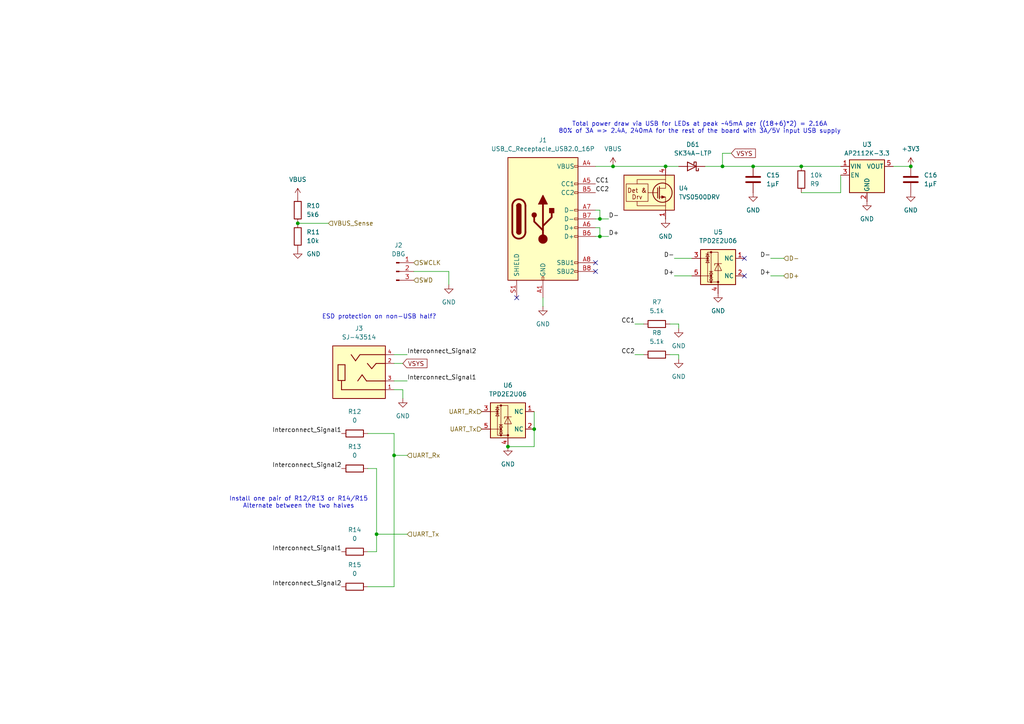
<source format=kicad_sch>
(kicad_sch (version 20231120) (generator "eeschema") (generator_version "8.0")
  (paper "A4")
  (lib_symbols
    (symbol "Connector:Conn_01x03_Pin" (pin_names (offset 1.016) hide)
      (property "Reference" "J" (at 0 5.08 0))
      (property "Value" "Conn_01x03_Pin" (at 0 -5.08 0))
      (symbol "Conn_01x03_Pin_1_1"
        (polyline (pts (xy 1.27 -2.54) (xy 0.8636 -2.54)) (stroke (width 0.1524)))
        (polyline (pts (xy 1.27 0) (xy 0.8636 0)) (stroke (width 0.1524)))
        (polyline (pts (xy 1.27 2.54) (xy 0.8636 2.54)) (stroke (width 0.1524)))
        (rectangle (start 0.8636 -2.413) (end 0 -2.667) (stroke (width 0.1524)) (fill (type outline)))
        (rectangle (start 0.8636 0.127) (end 0 -0.127) (stroke (width 0.1524)) (fill (type outline)))
        (rectangle (start 0.8636 2.667) (end 0 2.413) (stroke (width 0.1524)) (fill (type outline)))
        (pin passive line (at 5.08 2.54 180) (length 3.81) (name "Pin_1") (number "1"))
        (pin passive line (at 5.08 0 180) (length 3.81) (name "Pin_2") (number "2"))
        (pin passive line (at 5.08 -2.54 180) (length 3.81) (name "Pin_3") (number "3"))
      )
    )
    (symbol "Connector:USB_C_Receptacle_USB2.0_16P" (pin_names (offset 1.016))
      (property "Reference" "J" (at 0 22.225 0))
      (property "Value" "USB_C_Receptacle_USB2.0_16P" (at 0 19.685 0))
      (symbol "USB_C_Receptacle_USB2.0_16P_0_0"
        (rectangle (start -0.254 -17.78) (end 0.254 -16.764))
        (rectangle (start 10.16 -14.986) (end 9.144 -15.494))
        (rectangle (start 10.16 -12.446) (end 9.144 -12.954))
        (rectangle (start 10.16 -4.826) (end 9.144 -5.334))
        (rectangle (start 10.16 -2.286) (end 9.144 -2.794))
        (rectangle (start 10.16 0.254) (end 9.144 -0.254))
        (rectangle (start 10.16 2.794) (end 9.144 2.286))
        (rectangle (start 10.16 7.874) (end 9.144 7.366))
        (rectangle (start 10.16 10.414) (end 9.144 9.906))
        (rectangle (start 10.16 15.494) (end 9.144 14.986))
      )
      (symbol "USB_C_Receptacle_USB2.0_16P_0_1"
        (rectangle (start -10.16 17.78) (end 10.16 -17.78) (stroke (width 0.254)) (fill (type background)))
        (arc (start -8.89 -3.81) (mid -6.985 -5.7067) (end -5.08 -3.81) (stroke (width 0.508)))
        (arc (start -7.62 -3.81) (mid -6.985 -4.4423) (end -6.35 -3.81) (stroke (width 0.254)))
        (arc (start -7.62 -3.81) (mid -6.985 -4.4423) (end -6.35 -3.81) (stroke (width 0.254)) (fill (type outline)))
        (rectangle (start -7.62 -3.81) (end -6.35 3.81) (stroke (width 0.254)) (fill (type outline)))
        (arc (start -6.35 3.81) (mid -6.985 4.4423) (end -7.62 3.81) (stroke (width 0.254)))
        (arc (start -6.35 3.81) (mid -6.985 4.4423) (end -7.62 3.81) (stroke (width 0.254)) (fill (type outline)))
        (arc (start -5.08 3.81) (mid -6.985 5.7067) (end -8.89 3.81) (stroke (width 0.508)))
        (circle (center -2.54 1.143) (radius 0.635) (stroke (width 0.254)) (fill (type outline)))
        (circle (center 0 -5.842) (radius 1.27) (fill (type outline)))
        (polyline (pts (xy -8.89 -3.81) (xy -8.89 3.81)) (stroke (width 0.508)))
        (polyline (pts (xy -5.08 3.81) (xy -5.08 -3.81)) (stroke (width 0.508)))
        (polyline (pts (xy 0 -5.842) (xy 0 4.318)) (stroke (width 0.508)))
        (polyline (pts (xy 0 -3.302) (xy -2.54 -0.762) (xy -2.54 0.508)) (stroke (width 0.508)))
        (polyline (pts (xy 0 -2.032) (xy 2.54 0.508) (xy 2.54 1.778)) (stroke (width 0.508)))
        (polyline (pts (xy -1.27 4.318) (xy 0 6.858) (xy 1.27 4.318) (xy -1.27 4.318)) (stroke (width 0.254)) (fill (type outline)))
        (rectangle (start 1.905 1.778) (end 3.175 3.048) (stroke (width 0.254)) (fill (type outline)))
      )
      (symbol "USB_C_Receptacle_USB2.0_16P_1_1"
        (pin passive line (at 0 -22.86 90) (length 5.08) (name "GND") (number "A1"))
        (pin passive line (at 0 -22.86 90) (length 5.08) hide (name "GND") (number "A12"))
        (pin passive line (at 15.24 15.24 180) (length 5.08) (name "VBUS") (number "A4"))
        (pin bidirectional line (at 15.24 10.16 180) (length 5.08) (name "CC1") (number "A5"))
        (pin bidirectional line (at 15.24 -2.54 180) (length 5.08) (name "D+") (number "A6"))
        (pin bidirectional line (at 15.24 2.54 180) (length 5.08) (name "D-") (number "A7"))
        (pin bidirectional line (at 15.24 -12.7 180) (length 5.08) (name "SBU1") (number "A8"))
        (pin passive line (at 15.24 15.24 180) (length 5.08) hide (name "VBUS") (number "A9"))
        (pin passive line (at 0 -22.86 90) (length 5.08) hide (name "GND") (number "B1"))
        (pin passive line (at 0 -22.86 90) (length 5.08) hide (name "GND") (number "B12"))
        (pin passive line (at 15.24 15.24 180) (length 5.08) hide (name "VBUS") (number "B4"))
        (pin bidirectional line (at 15.24 7.62 180) (length 5.08) (name "CC2") (number "B5"))
        (pin bidirectional line (at 15.24 -5.08 180) (length 5.08) (name "D+") (number "B6"))
        (pin bidirectional line (at 15.24 0 180) (length 5.08) (name "D-") (number "B7"))
        (pin bidirectional line (at 15.24 -15.24 180) (length 5.08) (name "SBU2") (number "B8"))
        (pin passive line (at 15.24 15.24 180) (length 5.08) hide (name "VBUS") (number "B9"))
        (pin passive line (at -7.62 -22.86 90) (length 5.08) (name "SHIELD") (number "S1"))
      )
    )
    (symbol "Device:C" (pin_numbers hide) (pin_names (offset 0.254))
      (property "Reference" "C" (at 0.635 2.54 0))
      (property "Value" "C" (at 0.635 -2.54 0))
      (symbol "C_0_1"
        (polyline (pts (xy -2.032 -0.762) (xy 2.032 -0.762)) (stroke (width 0.508)))
        (polyline (pts (xy -2.032 0.762) (xy 2.032 0.762)) (stroke (width 0.508)))
      )
      (symbol "C_1_1"
        (pin passive line (at 0 3.81 270) (length 2.794) (name "~") (number "1"))
        (pin passive line (at 0 -3.81 90) (length 2.794) (name "~") (number "2"))
      )
    )
    (symbol "Device:D_Schottky" (pin_numbers hide) (pin_names (offset 1.016) hide)
      (property "Reference" "D" (at 0 2.54 0))
      (property "Value" "D_Schottky" (at 0 -2.54 0))
      (symbol "D_Schottky_0_1"
        (polyline (pts (xy 1.27 0) (xy -1.27 0)))
        (polyline (pts (xy 1.27 1.27) (xy 1.27 -1.27) (xy -1.27 0) (xy 1.27 1.27)) (stroke (width 0.254)))
        (polyline (pts (xy -1.905 0.635) (xy -1.905 1.27) (xy -1.27 1.27) (xy -1.27 -1.27) (xy -0.635 -1.27) (xy -0.635 -0.635)) (stroke (width 0.254)))
      )
      (symbol "D_Schottky_1_1"
        (pin passive line (at -3.81 0 0) (length 2.54) (name "K") (number "1"))
        (pin passive line (at 3.81 0 180) (length 2.54) (name "A") (number "2"))
      )
    )
    (symbol "Device:R" (pin_numbers hide) (pin_names (offset 0))
      (property "Reference" "R" (at 2.032 0 90))
      (property "Value" "R" (at 0 0 90))
      (symbol "R_0_1"
        (rectangle (start -1.016 -2.54) (end 1.016 2.54) (stroke (width 0.254)))
      )
      (symbol "R_1_1"
        (pin passive line (at 0 3.81 270) (length 1.27) (name "~") (number "1"))
        (pin passive line (at 0 -3.81 90) (length 1.27) (name "~") (number "2"))
      )
    )
    (symbol "Extra:SJ-43514" (pin_names (offset 1.016))
      (property "Reference" "J" (at -7.6219 8.3841 0))
      (property "Value" "SJ-43514" (at -7.6261 -10.1682 0))
      (symbol "SJ-43514_0_0"
        (rectangle (start -7.62 -7.62) (end 7.62 7.62) (stroke (width 0.254)) (fill (type background)))
        (polyline (pts (xy -6.096 -2.413) (xy -4.064 -2.413)) (stroke (width 0.254)))
        (polyline (pts (xy -6.096 2.159) (xy -6.096 -2.413)) (stroke (width 0.254)))
        (polyline (pts (xy -5.08 -5.08) (xy 7.62 -5.08)) (stroke (width 0.254)))
        (polyline (pts (xy -5.08 -2.54) (xy -5.08 -5.08)) (stroke (width 0.254)))
        (polyline (pts (xy -4.064 -2.413) (xy -4.064 2.159)) (stroke (width 0.254)))
        (polyline (pts (xy -4.064 2.159) (xy -6.096 2.159)) (stroke (width 0.254)))
        (polyline (pts (xy -2.286 5.08) (xy -1.016 3.302)) (stroke (width 0.254)))
        (polyline (pts (xy -1.016 3.302) (xy 0.254 5.08)) (stroke (width 0.254)))
        (polyline (pts (xy -0.381 -2.54) (xy 0.889 -0.762)) (stroke (width 0.254)))
        (polyline (pts (xy 0.381 5.08) (xy 7.62 5.08)) (stroke (width 0.254)))
        (polyline (pts (xy 0.889 -0.762) (xy 2.159 -2.54)) (stroke (width 0.254)))
        (polyline (pts (xy 2.159 -2.54) (xy 7.62 -2.54)) (stroke (width 0.254)))
        (polyline (pts (xy 2.413 2.54) (xy 3.683 1.016)) (stroke (width 0.254)))
        (polyline (pts (xy 3.683 1.016) (xy 4.953 2.54)) (stroke (width 0.254)))
        (polyline (pts (xy 4.953 2.54) (xy 7.62 2.54)) (stroke (width 0.254)))
        (pin passive line (at 10.16 -5.08 180) (length 2.54) (name "~") (number "1"))
        (pin passive line (at 10.16 2.54 180) (length 2.54) (name "~") (number "2"))
        (pin passive line (at 10.16 -2.54 180) (length 2.54) (name "~") (number "3"))
        (pin passive line (at 10.16 5.08 180) (length 2.54) (name "~") (number "4"))
      )
    )
    (symbol "Power_Protection:TPD2E2U06"
      (property "Reference" "U" (at -3.81 6.35 0))
      (property "Value" "TPD2E2U06" (at 6.35 -6.35 0))
      (symbol "TPD2E2U06_0_1"
        (rectangle (start -5.08 5.08) (end 5.08 -5.08) (stroke (width 0.254)) (fill (type background)))
        (circle (center -3.048 2.54) (radius 0.254) (fill (type outline)))
        (rectangle (start -3.048 4.318) (end 0 -4.318))
        (circle (center -2.032 -4.318) (radius 0.254) (fill (type outline)))
        (circle (center -2.032 -2.54) (radius 0.254) (fill (type outline)))
        (circle (center -2.032 4.318) (radius 0.254) (fill (type outline)))
        (circle (center 0 -4.318) (radius 0.254) (fill (type outline)))
        (polyline (pts (xy -3.048 2.54) (xy -5.08 2.54)))
        (polyline (pts (xy -2.54 2.032) (xy -3.556 2.032)))
        (polyline (pts (xy -2.54 3.81) (xy -3.556 3.81)))
        (polyline (pts (xy -2.032 -4.318) (xy -2.032 4.318)))
        (polyline (pts (xy -2.032 -2.54) (xy -5.08 -2.54)))
        (polyline (pts (xy -1.524 -3.048) (xy -2.54 -3.048)))
        (polyline (pts (xy -1.524 -1.27) (xy -2.54 -1.27)))
        (polyline (pts (xy 0 -4.318) (xy 0 -5.08)))
        (polyline (pts (xy 1.016 1.016) (xy -1.016 1.016) (xy -1.016 0.508)))
        (polyline (pts (xy -3.048 2.032) (xy -3.556 1.27) (xy -2.54 1.27) (xy -3.048 2.032)))
        (polyline (pts (xy -3.048 3.81) (xy -3.556 3.048) (xy -2.54 3.048) (xy -3.048 3.81)))
        (polyline (pts (xy -2.032 -3.048) (xy -2.54 -3.81) (xy -1.524 -3.81) (xy -2.032 -3.048)))
        (polyline (pts (xy -2.032 -1.27) (xy -2.54 -2.032) (xy -1.524 -2.032) (xy -2.032 -1.27)))
        (polyline (pts (xy 0 1.016) (xy 1.016 -1.016) (xy -1.016 -1.016) (xy 0 1.016)))
      )
      (symbol "TPD2E2U06_1_1"
        (pin passive line (at 7.62 2.54 180) (length 2.54) (name "NC") (number "1"))
        (pin passive line (at 7.62 -2.54 180) (length 2.54) (name "NC") (number "2"))
        (pin passive line (at -7.62 2.54 0) (length 2.54) (name "~") (number "3"))
        (pin passive line (at 0 -7.62 90) (length 2.54) (name "~") (number "4"))
        (pin passive line (at -7.62 -2.54 0) (length 2.54) (name "~") (number "5"))
      )
    )
    (symbol "Power_Protection:TVS0500DRV" (pin_names (offset 0) hide)
      (property "Reference" "U" (at 2.54 1.27 0))
      (property "Value" "TVS0500DRV" (at 2.54 -1.27 0))
      (symbol "TVS0500DRV_0_0"
        (rectangle (start -11.43 2.54) (end -5.08 -2.54))
        (polyline (pts (xy 0 1.27) (xy -1.778 1.27)))
        (polyline (pts (xy -8.255 -2.54) (xy -8.255 -3.81) (xy 0 -3.81)))
        (polyline (pts (xy -8.255 2.54) (xy -8.255 3.81) (xy 0 3.81)))
        (text "Det &" (at -8.255 0.635 0) (effects (font (size 1.27 1.27))))
        (text "Drv" (at -8.255 -1.27 0) (effects (font (size 1.27 1.27))))
      )
      (symbol "TVS0500DRV_0_1"
        (rectangle (start -12.065 5.08) (end 2.54 -5.08) (stroke (width 0.254)) (fill (type background)))
        (circle (center -0.889 0) (radius 2.794) (stroke (width 0.254)))
        (polyline (pts (xy -2.286 0) (xy -5.08 0)))
        (polyline (pts (xy -2.286 1.397) (xy -2.286 -1.524)) (stroke (width 0.254)))
        (polyline (pts (xy -1.778 1.778) (xy -1.778 -1.778)) (stroke (width 0.254)))
        (polyline (pts (xy 0 -2.54) (xy 0 -5.08)))
        (polyline (pts (xy 0 2.54) (xy 0 1.27)))
        (polyline (pts (xy 0 5.08) (xy 0 2.54)))
        (polyline (pts (xy 0 -2.54) (xy 0 -1.27) (xy -1.778 -1.27)))
        (polyline (pts (xy -0.127 -1.27) (xy -1.143 -1.651) (xy -1.143 -0.889) (xy -0.127 -1.27)) (fill (type outline)))
      )
      (symbol "TVS0500DRV_1_1"
        (pin power_in line (at 0 -7.62 90) (length 2.54) (name "GND") (number "1"))
        (pin passive line (at 0 -7.62 90) (length 2.54) hide (name "GND") (number "2"))
        (pin passive line (at 0 -7.62 90) (length 2.54) hide (name "GND") (number "3"))
        (pin passive line (at 0 7.62 270) (length 2.54) (name "IN") (number "4"))
        (pin passive line (at 0 7.62 270) (length 2.54) hide (name "IN") (number "5"))
        (pin passive line (at 0 7.62 270) (length 2.54) hide (name "IN") (number "6"))
        (pin passive line (at 0 -7.62 90) (length 2.54) hide (name "GND") (number "7"))
      )
    )
    (symbol "Regulator_Linear:AP2112K-3.3" (pin_names (offset 0.254))
      (property "Reference" "U" (at -5.08 5.715 0))
      (property "Value" "AP2112K-3.3" (at 0 5.715 0))
      (symbol "AP2112K-3.3_0_1"
        (rectangle (start -5.08 4.445) (end 5.08 -5.08) (stroke (width 0.254)) (fill (type background)))
      )
      (symbol "AP2112K-3.3_1_1"
        (pin power_in line (at -7.62 2.54 0) (length 2.54) (name "VIN") (number "1"))
        (pin power_in line (at 0 -7.62 90) (length 2.54) (name "GND") (number "2"))
        (pin input line (at -7.62 0 0) (length 2.54) (name "EN") (number "3"))
        (pin no_connect line (at 5.08 0 180) (length 2.54) hide (name "NC") (number "4"))
        (pin power_out line (at 7.62 2.54 180) (length 2.54) (name "VOUT") (number "5"))
      )
    )
    (symbol "power:+3V3" (power) (pin_numbers hide) (pin_names (offset 0) hide)
      (property "Value" "+3V3" (at 0 3.556 0))
      (symbol "+3V3_0_1"
        (polyline (pts (xy -0.762 1.27) (xy 0 2.54)))
        (polyline (pts (xy 0 0) (xy 0 2.54)))
        (polyline (pts (xy 0 2.54) (xy 0.762 1.27)))
      )
      (symbol "+3V3_1_1"
        (pin power_in line (at 0 0 90) (length 0) (name "~") (number "1"))
      )
    )
    (symbol "power:GND" (power) (pin_numbers hide) (pin_names (offset 0) hide)
      (property "Value" "GND" (at 0 -3.81 0))
      (symbol "GND_0_1"
        (polyline (pts (xy 0 0) (xy 0 -1.27) (xy 1.27 -1.27) (xy 0 -2.54) (xy -1.27 -1.27) (xy 0 -1.27)))
      )
      (symbol "GND_1_1"
        (pin power_in line (at 0 0 270) (length 0) (name "~") (number "1"))
      )
    )
    (symbol "power:VBUS" (power) (pin_numbers hide) (pin_names (offset 0) hide)
      (property "Value" "VBUS" (at 0 3.556 0))
      (symbol "VBUS_0_1"
        (polyline (pts (xy -0.762 1.27) (xy 0 2.54)))
        (polyline (pts (xy 0 0) (xy 0 2.54)))
        (polyline (pts (xy 0 2.54) (xy 0.762 1.27)))
      )
      (symbol "VBUS_1_1"
        (pin power_in line (at 0 0 90) (length 0) (name "~") (number "1"))
      )
    )
  )
  (junction (at 209.55 48.26))
  (junction (at 193.04 48.26))
  (junction (at 109.22 154.94))
  (junction (at 114.3 132.08))
  (junction (at 147.32 129.54))
  (junction (at 232.41 48.26))
  (junction (at 264.16 48.26))
  (junction (at 173.99 63.5))
  (junction (at 154.94 124.46))
  (junction (at 218.44 48.26))
  (junction (at 173.99 68.58))
  (junction (at 86.36 64.77))
  (junction (at 177.8 48.26))
  (no_connect (at 215.9 80.01))
  (no_connect (at 215.9 74.93))
  (no_connect (at 172.72 76.2))
  (no_connect (at 172.72 78.74))
  (no_connect (at 149.86 86.36))
  (wire (pts (xy 209.55 44.45) (xy 209.55 48.26)))
  (wire (pts (xy 173.99 66.04) (xy 173.99 68.58)))
  (wire (pts (xy 184.15 102.87) (xy 186.69 102.87)))
  (wire (pts (xy 114.3 125.73) (xy 106.68 125.73)))
  (wire (pts (xy 114.3 105.41) (xy 116.84 105.41)))
  (wire (pts (xy 243.84 55.88) (xy 243.84 50.8)))
  (wire (pts (xy 212.09 44.45) (xy 209.55 44.45)))
  (wire (pts (xy 184.15 93.98) (xy 186.69 93.98)))
  (wire (pts (xy 177.8 48.26) (xy 172.72 48.26)))
  (wire (pts (xy 173.99 60.96) (xy 173.99 63.5)))
  (wire (pts (xy 154.94 129.54) (xy 147.32 129.54)))
  (wire (pts (xy 176.53 63.5) (xy 173.99 63.5)))
  (wire (pts (xy 232.41 55.88) (xy 243.84 55.88)))
  (wire (pts (xy 114.3 113.03) (xy 116.84 113.03)))
  (wire (pts (xy 173.99 66.04) (xy 172.72 66.04)))
  (wire (pts (xy 223.52 74.93) (xy 227.33 74.93)))
  (wire (pts (xy 157.48 88.9) (xy 157.48 86.36)))
  (wire (pts (xy 223.52 80.01) (xy 227.33 80.01)))
  (wire (pts (xy 118.11 102.87) (xy 114.3 102.87)))
  (wire (pts (xy 116.84 113.03) (xy 116.84 115.57)))
  (wire (pts (xy 114.3 132.08) (xy 114.3 170.18)))
  (wire (pts (xy 106.68 170.18) (xy 114.3 170.18)))
  (wire (pts (xy 259.08 48.26) (xy 264.16 48.26)))
  (wire (pts (xy 154.94 119.38) (xy 154.94 124.46)))
  (wire (pts (xy 154.94 124.46) (xy 154.94 129.54)))
  (wire (pts (xy 86.36 64.77) (xy 95.25 64.77)))
  (wire (pts (xy 209.55 48.26) (xy 218.44 48.26)))
  (wire (pts (xy 173.99 68.58) (xy 172.72 68.58)))
  (wire (pts (xy 218.44 48.26) (xy 232.41 48.26)))
  (wire (pts (xy 195.58 74.93) (xy 200.66 74.93)))
  (wire (pts (xy 114.3 125.73) (xy 114.3 132.08)))
  (wire (pts (xy 195.58 80.01) (xy 200.66 80.01)))
  (wire (pts (xy 130.175 78.74) (xy 130.175 82.55)))
  (wire (pts (xy 109.22 135.89) (xy 109.22 154.94)))
  (wire (pts (xy 204.47 48.26) (xy 209.55 48.26)))
  (wire (pts (xy 173.99 60.96) (xy 172.72 60.96)))
  (wire (pts (xy 193.04 48.26) (xy 196.85 48.26)))
  (wire (pts (xy 177.8 48.26) (xy 193.04 48.26)))
  (wire (pts (xy 109.22 135.89) (xy 106.68 135.89)))
  (wire (pts (xy 194.31 102.87) (xy 196.85 102.87)))
  (wire (pts (xy 118.11 154.94) (xy 109.22 154.94)))
  (wire (pts (xy 120.015 78.74) (xy 130.175 78.74)))
  (wire (pts (xy 173.99 63.5) (xy 172.72 63.5)))
  (wire (pts (xy 196.85 102.87) (xy 196.85 104.14)))
  (wire (pts (xy 109.22 154.94) (xy 109.22 160.02)))
  (wire (pts (xy 196.85 95.25) (xy 196.85 93.98)))
  (wire (pts (xy 176.53 68.58) (xy 173.99 68.58)))
  (wire (pts (xy 232.41 48.26) (xy 243.84 48.26)))
  (wire (pts (xy 118.11 132.08) (xy 114.3 132.08)))
  (wire (pts (xy 106.68 160.02) (xy 109.22 160.02)))
  (wire (pts (xy 118.11 110.49) (xy 114.3 110.49)))
  (wire (pts (xy 196.85 93.98) (xy 194.31 93.98)))
  (text "ESD protection on non-USB half?\n" (at 109.982 91.948 0) (effects (font (size 1.27 1.27))))
  (text "Total power draw via USB for LEDs at peak ~45mA per ((18+6)*2) = 2.16A\n80% of 3A => 2.4A, 240mA for the rest of the board with 3A/5V input USB supply" (at 202.946 37.084 0) (effects (font (size 1.27 1.27))))
  (text "Install one pair of R12/R13 or R14/R15\nAlternate between the two halves" (at 86.614 145.796 0) (effects (font (size 1.27 1.27))))
  (label "D+" (at 223.52 80.01 180))
  (label "Interconnect_Signal1" (at 99.06 125.73 180))
  (label "Interconnect_Signal2" (at 99.06 170.18 180))
  (label "CC1" (at 172.72 53.34 0))
  (label "CC2" (at 172.72 55.88 0))
  (label "Interconnect_Signal2" (at 118.11 102.87 0))
  (label "CC2" (at 184.15 102.87 180))
  (label "D-" (at 176.53 63.5 0))
  (label "D+" (at 176.53 68.58 0))
  (label "D-" (at 195.58 74.93 180))
  (label "D-" (at 223.52 74.93 180))
  (label "CC1" (at 184.15 93.98 180))
  (label "D+" (at 195.58 80.01 180))
  (label "Interconnect_Signal1" (at 99.06 160.02 180))
  (label "Interconnect_Signal2" (at 99.06 135.89 180))
  (label "Interconnect_Signal1" (at 118.11 110.49 0))
  (global_label "VSYS" (shape input) (at 116.84 105.41 0) (property "Intersheetrefs" "${INTERSHEET_REFS}" (effects (hide yes))))
  (global_label "VSYS" (shape input) (at 212.09 44.45 0) (property "Intersheetrefs" "${INTERSHEET_REFS}" (effects (hide yes))))
  (hierarchical_label "UART_Tx" (shape input) (at 139.7 124.46 180))
  (hierarchical_label "D+" (shape input) (at 227.33 80.01 0))
  (hierarchical_label "SWD" (shape input) (at 120.015 81.28 0))
  (hierarchical_label "UART_Tx" (shape input) (at 118.11 154.94 0))
  (hierarchical_label "VBUS_Sense" (shape input) (at 95.25 64.77 0))
  (hierarchical_label "UART_Rx" (shape input) (at 139.7 119.38 180))
  (hierarchical_label "D-" (shape input) (at 227.33 74.93 0))
  (hierarchical_label "UART_Rx" (shape input) (at 118.11 132.08 0))
  (hierarchical_label "SWCLK" (shape input) (at 120.015 76.2 0))
  (symbol (lib_id "power:GND") (at 157.48 88.9 0) (unit 1)
    (property "Reference" "#PWR02" (effects (hide yes)))
    (property "Value" "GND" (at 157.48 93.98 0))
    (property "Description" "Power symbol creates a global label with name \"GND\" , ground" (effects (hide yes)))
  )
  (symbol (lib_id "Device:R") (at 102.87 160.02 90) (unit 1)
    (property "Reference" "R14" (at 102.87 153.67 90))
    (property "Value" "0" (at 102.87 156.21 90))
    (property "Footprint" "Resistor_SMD:R_0805_2012Metric_Pad1.20x1.40mm_HandSolder" (effects (hide yes)))
    (property "Description" "Resistor" (effects (hide yes)))
  )
  (symbol (lib_id "Connector:USB_C_Receptacle_USB2.0_16P") (at 157.48 63.5 0) (unit 1)
    (property "Reference" "J1" (at 157.48 40.64 0))
    (property "Value" "USB_C_Receptacle_USB2.0_16P" (at 157.48 43.18 0))
    (property "Footprint" "Connector_USB:USB_C_Receptacle_GCT_USB4105-xx-A_16P_TopMnt_Horizontal" (effects (hide yes)))
    (property "Datasheet" "https://www.usb.org/sites/default/files/documents/usb_type-c.zip" (effects (hide yes)))
    (property "Description" "USB 2.0-only 16P Type-C Receptacle connector" (effects (hide yes)))
  )
  (symbol (lib_id "Device:R") (at 86.36 60.96 0) (unit 1)
    (property "Reference" "R10" (at 88.9 59.6899 0) (effects (justify left)))
    (property "Value" "5k6" (at 88.9 62.2299 0) (effects (justify left)))
    (property "Footprint" "Resistor_SMD:R_0805_2012Metric_Pad1.20x1.40mm_HandSolder" (effects (hide yes)))
  )
  (symbol (lib_id "Device:R") (at 190.5 93.98 90) (unit 1)
    (property "Reference" "R7" (at 190.5 87.63 90))
    (property "Value" "5.1k" (at 190.5 90.17 90))
    (property "Footprint" "Resistor_SMD:R_0603_1608Metric_Pad0.98x0.95mm_HandSolder" (effects (hide yes)))
    (property "Description" "Resistor" (effects (hide yes)))
  )
  (symbol (lib_id "Device:R") (at 190.5 102.87 270) (mirror x) (unit 1)
    (property "Reference" "R8" (at 190.5 96.52 90))
    (property "Value" "5.1k" (at 190.5 99.06 90))
    (property "Footprint" "Resistor_SMD:R_0603_1608Metric_Pad0.98x0.95mm_HandSolder" (effects (hide yes)))
    (property "Description" "Resistor" (effects (hide yes)))
  )
  (symbol (lib_id "Power_Protection:TVS0500DRV") (at 193.04 55.88 0) (unit 1)
    (property "Reference" "U4" (at 196.85 54.6099 0) (effects (justify left)))
    (property "Value" "TVS0500DRV" (at 196.85 57.1499 0) (effects (justify left)))
    (property "Footprint" "Package_SON:WSON-6-1EP_2x2mm_P0.65mm_EP1x1.6mm" (effects (hide yes)))
    (property "Datasheet" "http://www.ti.com/lit/ds/symlink/tvs0500.pdf" (effects (hide yes)))
    (property "Description" "Flat-Clamp Surge Protection Device. 5Vrwm, WSON-6" (effects (hide yes)))
  )
  (symbol (lib_id "Device:R") (at 102.87 125.73 90) (unit 1)
    (property "Reference" "R12" (at 102.87 119.38 90))
    (property "Value" "0" (at 102.87 121.92 90))
    (property "Footprint" "Resistor_SMD:R_0805_2012Metric_Pad1.20x1.40mm_HandSolder" (effects (hide yes)))
    (property "Description" "Resistor" (effects (hide yes)))
  )
  (symbol (lib_id "power:GND") (at 208.28 85.09 0) (mirror y) (unit 1)
    (property "Reference" "#PWR07" (effects (hide yes)))
    (property "Value" "GND" (at 208.28 90.17 0))
    (property "Description" "Power symbol creates a global label with name \"GND\" , ground" (effects (hide yes)))
  )
  (symbol (lib_id "Extra:SJ-43514") (at 104.14 107.95 0) (unit 1)
    (property "Reference" "J3" (at 104.14 95.25 0))
    (property "Value" "SJ-43514" (at 104.14 97.79 0))
    (property "Footprint" "Extra:CUI_SJ-43514" (effects (hide yes)))
    (property "DigiKey_Part_Number" "CP-43514-ND" (effects (hide yes)))
    (property "SnapEDA_Link" "https://www.snapeda.com/parts/SJ-43514/Same+Sky/view-part/?ref=snap" (effects (hide yes)))
    (property "Description_1" "\n                        \n                            3.5 mm, Stereo, Right Angle, Through Hole, 4 Conductors, 0 Internal Switches, Audio Jack Connector\n                        \n" (effects (hide yes)))
    (property "Package" "None" (effects (hide yes)))
    (property "Check_prices" "https://www.snapeda.com/parts/SJ-43514/Same+Sky/view-part/?ref=eda" (effects (hide yes)))
    (property "PART_REV" "1.04" (effects (hide yes)))
    (property "STANDARD" "MANUFACTURER RECOMMENDATIONS" (effects (hide yes)))
    (property "MF" "Same Sky" (effects (hide yes)))
    (property "MP" "SJ-43514" (effects (hide yes)))
    (property "MANUFACTURER" "CUI INC" (effects (hide yes)))
  )
  (symbol (lib_id "Regulator_Linear:AP2112K-3.3") (at 251.46 50.8 0) (unit 1)
    (property "Reference" "U3" (at 251.46 41.91 0))
    (property "Value" "AP2112K-3.3" (at 251.46 44.45 0))
    (property "Footprint" "Package_TO_SOT_SMD:SOT-23-5" (effects (hide yes)))
    (property "Datasheet" "https://www.diodes.com/assets/Datasheets/AP2112.pdf" (effects (hide yes)))
    (property "Description" "600mA low dropout linear regulator, with enable pin, 3.8V-6V input voltage range, 3.3V fixed positive output, SOT-23-5" (effects (hide yes)))
  )
  (symbol (lib_id "Device:R") (at 86.36 68.58 0) (unit 1)
    (property "Reference" "R11" (at 88.9 67.3099 0) (effects (justify left)))
    (property "Value" "10k" (at 88.9 69.8499 0) (effects (justify left)))
    (property "Footprint" "Resistor_SMD:R_0805_2012Metric_Pad1.20x1.40mm_HandSolder" (effects (hide yes)))
  )
  (symbol (lib_id "power:+3V3") (at 264.16 48.26 0) (unit 1)
    (property "Reference" "#PWR016" (effects (hide yes)))
    (property "Value" "+3V3" (at 264.16 43.18 0))
    (property "Description" "Power symbol creates a global label with name \"+3V3\"" (effects (hide yes)))
  )
  (symbol (lib_id "Power_Protection:TPD2E2U06") (at 147.32 121.92 0) (unit 1)
    (property "Reference" "U6" (at 147.32 111.76 0))
    (property "Value" "TPD2E2U06" (at 147.32 114.3 0))
    (property "Footprint" "Package_TO_SOT_SMD:SOT-553" (effects (hide yes)))
    (property "Datasheet" "http://www.ti.com/lit/ds/symlink/tpd2e2u06.pdf" (effects (hide yes)))
    (property "Description" "Dual-Channel High-Speed ESD Protection" (effects (hide yes)))
  )
  (symbol (lib_id "power:VBUS") (at 177.8 48.26 0) (unit 1)
    (property "Reference" "#PWR014" (effects (hide yes)))
    (property "Value" "VBUS" (at 177.8 43.18 0))
    (property "Description" "Power symbol creates a global label with name \"VBUS\"" (effects (hide yes)))
  )
  (symbol (lib_id "Device:R") (at 232.41 52.07 0) (mirror x) (unit 1)
    (property "Reference" "R9" (at 234.95 53.3401 0) (effects (justify left)))
    (property "Value" "10k" (at 234.95 50.8001 0) (effects (justify left)))
    (property "Footprint" "Resistor_SMD:R_0603_1608Metric_Pad0.98x0.95mm_HandSolder" (effects (hide yes)))
    (property "Description" "Resistor" (effects (hide yes)))
  )
  (symbol (lib_id "power:GND") (at 196.85 104.14 0) (unit 1)
    (property "Reference" "#PWR03" (effects (hide yes)))
    (property "Value" "GND" (at 196.85 109.22 0))
    (property "Description" "Power symbol creates a global label with name \"GND\" , ground" (effects (hide yes)))
  )
  (symbol (lib_id "Device:R") (at 102.87 170.18 90) (unit 1)
    (property "Reference" "R15" (at 102.87 163.83 90))
    (property "Value" "0" (at 102.87 166.37 90))
    (property "Footprint" "Resistor_SMD:R_0805_2012Metric_Pad1.20x1.40mm_HandSolder" (effects (hide yes)))
    (property "Description" "Resistor" (effects (hide yes)))
  )
  (symbol (lib_id "Connector:Conn_01x03_Pin") (at 114.935 78.74 0) (unit 1)
    (property "Reference" "J2" (at 115.57 71.12 0))
    (property "Value" "DBG" (at 115.57 73.66 0))
    (property "Footprint" "Connector_PinHeader_2.54mm:PinHeader_1x03_P2.54mm_Vertical" (effects (hide yes)))
    (property "Description" "Generic connector, single row, 01x03, script generated" (effects (hide yes)))
  )
  (symbol (lib_id "power:GND") (at 264.16 55.88 0) (unit 1)
    (property "Reference" "#PWR015" (effects (hide yes)))
    (property "Value" "GND" (at 264.16 60.96 0))
    (property "Description" "Power symbol creates a global label with name \"GND\" , ground" (effects (hide yes)))
  )
  (symbol (lib_id "power:GND") (at 116.84 115.57 0) (unit 1)
    (property "Reference" "#PWR0109" (effects (hide yes)))
    (property "Value" "GND" (at 116.84 120.65 0))
    (property "Description" "Power symbol creates a global label with name \"GND\" , ground" (effects (hide yes)))
  )
  (symbol (lib_id "Device:C") (at 218.44 52.07 0) (unit 1)
    (property "Reference" "C15" (at 222.25 50.7999 0) (effects (justify left)))
    (property "Value" "1μF" (at 222.25 53.3399 0) (effects (justify left)))
    (property "Footprint" "Capacitor_SMD:C_0603_1608Metric_Pad1.08x0.95mm_HandSolder" (effects (hide yes)))
    (property "Description" "Unpolarized capacitor" (effects (hide yes)))
  )
  (symbol (lib_id "Device:C") (at 264.16 52.07 0) (unit 1)
    (property "Reference" "C16" (at 267.97 50.7999 0) (effects (justify left)))
    (property "Value" "1μF" (at 267.97 53.3399 0) (effects (justify left)))
    (property "Footprint" "Capacitor_SMD:C_0603_1608Metric_Pad1.08x0.95mm_HandSolder" (effects (hide yes)))
    (property "Description" "Unpolarized capacitor" (effects (hide yes)))
  )
  (symbol (lib_id "power:GND") (at 196.85 95.25 0) (unit 1)
    (property "Reference" "#PWR04" (effects (hide yes)))
    (property "Value" "GND" (at 196.85 100.33 0))
    (property "Description" "Power symbol creates a global label with name \"GND\" , ground" (effects (hide yes)))
  )
  (symbol (lib_id "power:GND") (at 218.44 55.88 0) (unit 1)
    (property "Reference" "#PWR05" (effects (hide yes)))
    (property "Value" "GND" (at 218.44 60.96 0))
    (property "Description" "Power symbol creates a global label with name \"GND\" , ground" (effects (hide yes)))
  )
  (symbol (lib_id "Power_Protection:TPD2E2U06") (at 208.28 77.47 0) (unit 1)
    (property "Reference" "U5" (at 208.28 67.31 0))
    (property "Value" "TPD2E2U06" (at 208.28 69.85 0))
    (property "Footprint" "Package_TO_SOT_SMD:SOT-553" (effects (hide yes)))
    (property "Datasheet" "http://www.ti.com/lit/ds/symlink/tpd2e2u06.pdf" (effects (hide yes)))
    (property "Description" "Dual-Channel High-Speed ESD Protection" (effects (hide yes)))
  )
  (symbol (lib_id "power:GND") (at 251.46 58.42 0) (unit 1)
    (property "Reference" "#PWR017" (effects (hide yes)))
    (property "Value" "GND" (at 251.46 63.5 0))
    (property "Description" "Power symbol creates a global label with name \"GND\" , ground" (effects (hide yes)))
  )
  (symbol (lib_id "power:VBUS") (at 86.36 57.15 0) (unit 1)
    (property "Reference" "#PWR0110" (effects (hide yes)))
    (property "Value" "VBUS" (at 86.36 52.07 0))
  )
  (symbol (lib_id "power:GND") (at 193.04 63.5 0) (unit 1)
    (property "Reference" "#PWR048" (effects (hide yes)))
    (property "Value" "GND" (at 193.04 68.58 0))
    (property "Description" "Power symbol creates a global label with name \"GND\" , ground" (effects (hide yes)))
  )
  (symbol (lib_id "Device:R") (at 102.87 135.89 90) (unit 1)
    (property "Reference" "R13" (at 102.87 129.54 90))
    (property "Value" "0" (at 102.87 132.08 90))
    (property "Footprint" "Resistor_SMD:R_0805_2012Metric_Pad1.20x1.40mm_HandSolder" (effects (hide yes)))
    (property "Description" "Resistor" (effects (hide yes)))
  )
  (symbol (lib_id "Device:D_Schottky") (at 200.66 48.26 180) (unit 1)
    (property "Reference" "D61" (at 200.9775 41.91 0))
    (property "Value" "SK34A-LTP" (at 200.9775 44.45 0))
    (property "Footprint" "Diode_SMD:D_SMA_Handsoldering" (effects (hide yes)))
    (property "Description" "Schottky diode" (effects (hide yes)))
  )
  (symbol (lib_id "power:GND") (at 147.32 129.54 0) (mirror y) (unit 1)
    (property "Reference" "#PWR013" (effects (hide yes)))
    (property "Value" "GND" (at 147.32 134.62 0))
    (property "Description" "Power symbol creates a global label with name \"GND\" , ground" (effects (hide yes)))
  )
  (symbol (lib_id "power:GND") (at 86.36 72.39 0) (unit 1)
    (property "Reference" "#PWR0111" (effects (hide yes)))
    (property "Value" "GND" (at 88.9 73.6599 0) (effects (justify left)))
  )
  (symbol (lib_id "power:GND") (at 130.175 82.55 0) (unit 1)
    (property "Reference" "#PWR01" (effects (hide yes)))
    (property "Value" "GND" (at 130.175 87.63 0))
    (property "Description" "Power symbol creates a global label with name \"GND\" , ground" (effects (hide yes)))
  )
)
</source>
